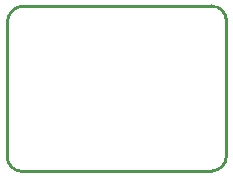
<source format=gko>
G04*
G04 #@! TF.GenerationSoftware,Altium Limited,Altium Designer,18.1.9 (240)*
G04*
G04 Layer_Color=16711935*
%FSLAX25Y25*%
%MOIN*%
G70*
G01*
G75*
%ADD40C,0.01000*%
D40*
X318491Y261546D02*
G03*
X323456Y256800I4959J218D01*
G01*
X386854Y256891D02*
G03*
X391600Y261856I-218J4959D01*
G01*
X391609Y307154D02*
G03*
X386644Y311900I-4959J-218D01*
G01*
X324218Y311898D02*
G03*
X318602Y306024I-163J-5466D01*
G01*
X324056Y311900D02*
X386649D01*
X318500Y261546D02*
Y305900D01*
X323456Y256800D02*
X386700Y256800D01*
X391600Y261700D02*
Y307154D01*
M02*

</source>
